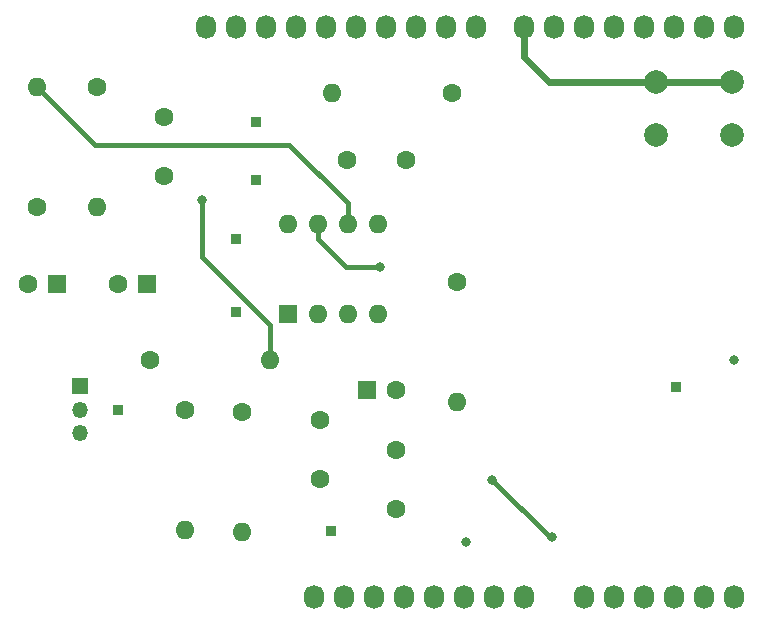
<source format=gbr>
%TF.GenerationSoftware,KiCad,Pcbnew,(6.0.0)*%
%TF.CreationDate,2022-05-11T10:24:23+02:00*%
%TF.ProjectId,speed_sensor,73706565-645f-4736-956e-736f722e6b69,v0.04*%
%TF.SameCoordinates,Original*%
%TF.FileFunction,Copper,L4,Bot*%
%TF.FilePolarity,Positive*%
%FSLAX46Y46*%
G04 Gerber Fmt 4.6, Leading zero omitted, Abs format (unit mm)*
G04 Created by KiCad (PCBNEW (6.0.0)) date 2022-05-11 10:24:23*
%MOMM*%
%LPD*%
G01*
G04 APERTURE LIST*
%TA.AperFunction,ComponentPad*%
%ADD10C,1.600000*%
%TD*%
%TA.AperFunction,ComponentPad*%
%ADD11O,1.727200X2.032000*%
%TD*%
%TA.AperFunction,ComponentPad*%
%ADD12O,1.600000X1.600000*%
%TD*%
%TA.AperFunction,ComponentPad*%
%ADD13R,0.850000X0.850000*%
%TD*%
%TA.AperFunction,ComponentPad*%
%ADD14R,1.600000X1.600000*%
%TD*%
%TA.AperFunction,ComponentPad*%
%ADD15C,2.000000*%
%TD*%
%TA.AperFunction,ComponentPad*%
%ADD16R,1.350000X1.350000*%
%TD*%
%TA.AperFunction,ComponentPad*%
%ADD17O,1.350000X1.350000*%
%TD*%
%TA.AperFunction,ViaPad*%
%ADD18C,0.800000*%
%TD*%
%TA.AperFunction,Conductor*%
%ADD19C,0.400000*%
%TD*%
%TA.AperFunction,Conductor*%
%ADD20C,0.600000*%
%TD*%
G04 APERTURE END LIST*
D10*
%TO.P,C7,1*%
%TO.N,GNDA*%
X145872200Y-111368200D03*
%TO.P,C7,2*%
%TO.N,+5V*%
X145872200Y-116368200D03*
%TD*%
%TO.P,C6,1*%
%TO.N,Net-(C6-Pad1)*%
X146721200Y-86817200D03*
%TO.P,C6,2*%
%TO.N,Net-(C6-Pad2)*%
X141721200Y-86817200D03*
%TD*%
%TO.P,C4,1*%
%TO.N,/v_cm*%
X139395200Y-113853600D03*
%TO.P,C4,2*%
%TO.N,GNDA*%
X139395200Y-108853600D03*
%TD*%
%TO.P,C3,1*%
%TO.N,Net-(C3-Pad1)*%
X126238000Y-83185000D03*
%TO.P,C3,2*%
%TO.N,Net-(C3-Pad2)*%
X126238000Y-88185000D03*
%TD*%
D11*
%TO.P,P1,1,Pin_1*%
%TO.N,unconnected-(P1-Pad1)*%
X138938000Y-123825000D03*
%TO.P,P1,2,Pin_2*%
%TO.N,/IOREF*%
X141478000Y-123825000D03*
%TO.P,P1,3,Pin_3*%
%TO.N,/Reset*%
X144018000Y-123825000D03*
%TO.P,P1,4,Pin_4*%
%TO.N,unconnected-(P1-Pad4)*%
X146558000Y-123825000D03*
%TO.P,P1,5,Pin_5*%
%TO.N,+5V*%
X149098000Y-123825000D03*
%TO.P,P1,6,Pin_6*%
%TO.N,GND*%
X151638000Y-123825000D03*
%TO.P,P1,7,Pin_7*%
X154178000Y-123825000D03*
%TO.P,P1,8,Pin_8*%
%TO.N,/Vin*%
X156718000Y-123825000D03*
%TD*%
%TO.P,P2,1,Pin_1*%
%TO.N,/A0*%
X161798000Y-123825000D03*
%TO.P,P2,2,Pin_2*%
%TO.N,/A1*%
X164338000Y-123825000D03*
%TO.P,P2,3,Pin_3*%
%TO.N,/A2*%
X166878000Y-123825000D03*
%TO.P,P2,4,Pin_4*%
%TO.N,/A3*%
X169418000Y-123825000D03*
%TO.P,P2,5,Pin_5*%
%TO.N,unconnected-(P2-Pad5)*%
X171958000Y-123825000D03*
%TO.P,P2,6,Pin_6*%
%TO.N,unconnected-(P2-Pad6)*%
X174498000Y-123825000D03*
%TD*%
%TO.P,P3,1,Pin_1*%
%TO.N,unconnected-(P3-Pad1)*%
X129794000Y-75565000D03*
%TO.P,P3,2,Pin_2*%
%TO.N,unconnected-(P3-Pad2)*%
X132334000Y-75565000D03*
%TO.P,P3,3,Pin_3*%
%TO.N,/AREF*%
X134874000Y-75565000D03*
%TO.P,P3,4,Pin_4*%
%TO.N,unconnected-(P3-Pad4)*%
X137414000Y-75565000D03*
%TO.P,P3,5,Pin_5*%
%TO.N,/D13(SCK)*%
X139954000Y-75565000D03*
%TO.P,P3,6,Pin_6*%
%TO.N,/D12(MISO)*%
X142494000Y-75565000D03*
%TO.P,P3,7,Pin_7*%
%TO.N,/D11(\u002A\u002A{slash}MOSI)*%
X145034000Y-75565000D03*
%TO.P,P3,8,Pin_8*%
%TO.N,/D10(\u002A\u002A{slash}SS)*%
X147574000Y-75565000D03*
%TO.P,P3,9,Pin_9*%
%TO.N,/D9*%
X150114000Y-75565000D03*
%TO.P,P3,10,Pin_10*%
%TO.N,/D8*%
X152654000Y-75565000D03*
%TD*%
%TO.P,P4,1,Pin_1*%
%TO.N,/D7*%
X156718000Y-75565000D03*
%TO.P,P4,2,Pin_2*%
%TO.N,/D6*%
X159258000Y-75565000D03*
%TO.P,P4,3,Pin_3*%
%TO.N,/D5*%
X161798000Y-75565000D03*
%TO.P,P4,4,Pin_4*%
%TO.N,/D4*%
X164338000Y-75565000D03*
%TO.P,P4,5,Pin_5*%
%TO.N,/D3*%
X166878000Y-75565000D03*
%TO.P,P4,6,Pin_6*%
%TO.N,/D2*%
X169418000Y-75565000D03*
%TO.P,P4,7,Pin_7*%
%TO.N,/D1(Tx)*%
X171958000Y-75565000D03*
%TO.P,P4,8,Pin_8*%
%TO.N,/D0(Rx)*%
X174498000Y-75565000D03*
%TD*%
D10*
%TO.P,R6,1*%
%TO.N,Net-(C6-Pad1)*%
X150571200Y-81178400D03*
D12*
%TO.P,R6,2*%
%TO.N,Net-(C6-Pad2)*%
X140411200Y-81178400D03*
%TD*%
%TO.P,R5,2*%
%TO.N,Net-(C6-Pad1)*%
X115443000Y-80645000D03*
D10*
%TO.P,R5,1*%
%TO.N,Net-(C5-Pad2)*%
X115443000Y-90805000D03*
%TD*%
D12*
%TO.P,R3,2*%
%TO.N,Net-(C3-Pad1)*%
X135204200Y-103708200D03*
D10*
%TO.P,R3,1*%
%TO.N,Net-(C1-Pad1)*%
X125044200Y-103708200D03*
%TD*%
%TO.P,R1,1*%
%TO.N,+5V*%
X132816600Y-108153200D03*
D12*
%TO.P,R1,2*%
%TO.N,/v_cm*%
X132816600Y-118313200D03*
%TD*%
D13*
%TO.P,sensor_out,1,Pin_1*%
%TO.N,/V_IN*%
X122301000Y-107950000D03*
%TD*%
D14*
%TO.P,C2,1*%
%TO.N,/v_cm*%
X143383000Y-106248200D03*
D10*
%TO.P,C2,2*%
%TO.N,GNDA*%
X145883000Y-106248200D03*
%TD*%
D14*
%TO.P,U1,1*%
%TO.N,Net-(C3-Pad2)*%
X136662000Y-99812000D03*
D12*
%TO.P,U1,2,-*%
%TO.N,Net-(C3-Pad1)*%
X139202000Y-99812000D03*
%TO.P,U1,3,+*%
%TO.N,/v_cm*%
X141742000Y-99812000D03*
%TO.P,U1,4,V-*%
%TO.N,GNDA*%
X144282000Y-99812000D03*
%TO.P,U1,5,+*%
%TO.N,/v_cm*%
X144282000Y-92192000D03*
%TO.P,U1,6,-*%
%TO.N,Net-(C6-Pad1)*%
X141742000Y-92192000D03*
%TO.P,U1,7*%
%TO.N,Net-(C6-Pad2)*%
X139202000Y-92192000D03*
%TO.P,U1,8,V+*%
%TO.N,+5V*%
X136662000Y-92192000D03*
%TD*%
D15*
%TO.P,SW1,1,1*%
%TO.N,GNDD*%
X174319000Y-84673000D03*
X167819000Y-84673000D03*
%TO.P,SW1,2,2*%
%TO.N,/D7*%
X167819000Y-80173000D03*
X174319000Y-80173000D03*
%TD*%
D10*
%TO.P,R7,1*%
%TO.N,Net-(C6-Pad2)*%
X150977600Y-97155000D03*
D12*
%TO.P,R7,2*%
%TO.N,/A0*%
X150977600Y-107315000D03*
%TD*%
D13*
%TO.P,GNDA,1,Pin_1*%
%TO.N,GNDA*%
X133985000Y-83566000D03*
%TD*%
%TO.P,OP2_out,1,Pin_1*%
%TO.N,Net-(C6-Pad2)*%
X132334000Y-93472000D03*
%TD*%
D14*
%TO.P,C1,1*%
%TO.N,Net-(C1-Pad1)*%
X124776113Y-97322000D03*
D10*
%TO.P,C1,2*%
%TO.N,/V_IN*%
X122276113Y-97322000D03*
%TD*%
D14*
%TO.P,C5,1*%
%TO.N,Net-(C3-Pad2)*%
X117156113Y-97282000D03*
D10*
%TO.P,C5,2*%
%TO.N,Net-(C5-Pad2)*%
X114656113Y-97282000D03*
%TD*%
D16*
%TO.P,sensor,1,Pin_1*%
%TO.N,GNDA*%
X119098200Y-105950000D03*
D17*
%TO.P,sensor,2,Pin_2*%
%TO.N,/V_IN*%
X119098200Y-107950000D03*
%TO.P,sensor,3,Pin_3*%
%TO.N,+5V*%
X119098200Y-109950000D03*
%TD*%
D13*
%TO.P,OP1_out,1,Pin_1*%
%TO.N,Net-(C3-Pad2)*%
X132334000Y-99685000D03*
%TD*%
D10*
%TO.P,R2,1*%
%TO.N,GNDA*%
X127965200Y-108000800D03*
D12*
%TO.P,R2,2*%
%TO.N,/v_cm*%
X127965200Y-118160800D03*
%TD*%
D13*
%TO.P,v_d_out,1,Pin_1*%
%TO.N,/v_cm*%
X140335000Y-118237000D03*
%TD*%
%TO.P,GNDD,1,Pin_1*%
%TO.N,GNDD*%
X169545000Y-106059700D03*
%TD*%
%TO.P,GNDA,1,Pin_1*%
%TO.N,GNDA*%
X133985000Y-88519000D03*
%TD*%
D12*
%TO.P,R4,2*%
%TO.N,Net-(C3-Pad2)*%
X120523000Y-90805000D03*
D10*
%TO.P,R4,1*%
%TO.N,Net-(C3-Pad1)*%
X120523000Y-80645000D03*
%TD*%
D18*
%TO.N,GNDA*%
X151765000Y-119126000D03*
%TO.N,Net-(C3-Pad1)*%
X129413000Y-90170000D03*
%TO.N,+5V*%
X174447200Y-103784400D03*
%TO.N,/A0*%
X159029400Y-118770400D03*
X154000200Y-113868200D03*
%TO.N,Net-(C6-Pad2)*%
X144526000Y-95885000D03*
%TD*%
D19*
%TO.N,Net-(C6-Pad2)*%
X139202000Y-93482000D02*
X139202000Y-92192000D01*
X141605000Y-95885000D02*
X139202000Y-93482000D01*
X144526000Y-95885000D02*
X141605000Y-95885000D01*
%TO.N,Net-(C3-Pad1)*%
X129413000Y-94996000D02*
X135204200Y-100787200D01*
X129413000Y-90170000D02*
X129413000Y-94996000D01*
X135204200Y-100787200D02*
X135204200Y-103708200D01*
%TO.N,Net-(C6-Pad1)*%
X115443000Y-80645000D02*
X120345200Y-85547200D01*
X120345200Y-85547200D02*
X136804400Y-85547200D01*
X141742000Y-90484800D02*
X141742000Y-92192000D01*
X136804400Y-85547200D02*
X141742000Y-90484800D01*
D20*
%TO.N,/D7*%
X174319000Y-80173000D02*
X167819000Y-80173000D01*
X158786000Y-80173000D02*
X167819000Y-80173000D01*
X156718000Y-78105000D02*
X158786000Y-80173000D01*
X156718000Y-75565000D02*
X156718000Y-78105000D01*
%TO.N,/A0*%
X158902400Y-118770400D02*
X159029400Y-118770400D01*
D19*
X154000200Y-113868200D02*
X158902400Y-118770400D01*
%TD*%
M02*

</source>
